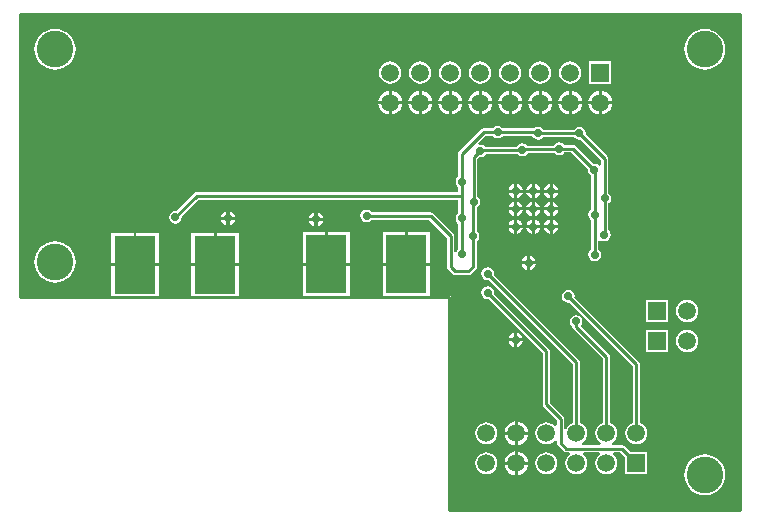
<source format=gbl>
G04*
G04 #@! TF.GenerationSoftware,Altium Limited,Altium Designer,20.2.5 (213)*
G04*
G04 Layer_Physical_Order=2*
G04 Layer_Color=16711680*
%FSLAX42Y42*%
%MOMM*%
G71*
G04*
G04 #@! TF.SameCoordinates,652FF055-600A-4CD0-B872-06A474BCBBFF*
G04*
G04*
G04 #@! TF.FilePolarity,Positive*
G04*
G01*
G75*
%ADD12C,0.25*%
%ADD20R,3.50X4.90*%
%ADD39C,1.50*%
%ADD40R,1.50X1.50*%
%ADD41R,1.50X1.50*%
%ADD42C,1.52*%
%ADD43R,1.52X1.52*%
%ADD44C,3.10*%
%ADD45C,0.70*%
G36*
X10100Y5300D02*
X7650D01*
Y7110D01*
X7492D01*
X7475Y7112D01*
X7475Y7128D01*
Y7370D01*
X7275D01*
X7075D01*
Y7128D01*
X7075Y7112D01*
X7058Y7110D01*
X6815D01*
X6798Y7112D01*
X6798Y7128D01*
Y7370D01*
X6598D01*
X6397D01*
Y7128D01*
X6397Y7112D01*
X6380Y7110D01*
X5855D01*
Y7365D01*
X5655D01*
X5455D01*
Y7110D01*
X5178D01*
Y7365D01*
X4978D01*
X4777D01*
Y7110D01*
X4020D01*
X4010Y7120D01*
Y9490D01*
X10100D01*
Y5300D01*
D02*
G37*
%LPC*%
G36*
X9800Y9374D02*
X9766Y9370D01*
X9734Y9360D01*
X9704Y9344D01*
X9677Y9323D01*
X9656Y9296D01*
X9640Y9266D01*
X9630Y9234D01*
X9626Y9200D01*
X9630Y9166D01*
X9640Y9134D01*
X9656Y9104D01*
X9677Y9077D01*
X9704Y9056D01*
X9734Y9040D01*
X9766Y9030D01*
X9800Y9026D01*
X9834Y9030D01*
X9866Y9040D01*
X9896Y9056D01*
X9923Y9077D01*
X9944Y9104D01*
X9960Y9134D01*
X9970Y9166D01*
X9974Y9200D01*
X9970Y9234D01*
X9960Y9266D01*
X9944Y9296D01*
X9923Y9323D01*
X9896Y9344D01*
X9866Y9360D01*
X9834Y9370D01*
X9800Y9374D01*
D02*
G37*
G36*
X4300D02*
X4266Y9370D01*
X4234Y9360D01*
X4204Y9344D01*
X4177Y9323D01*
X4156Y9296D01*
X4140Y9266D01*
X4130Y9234D01*
X4126Y9200D01*
X4130Y9166D01*
X4140Y9134D01*
X4156Y9104D01*
X4177Y9077D01*
X4204Y9056D01*
X4234Y9040D01*
X4266Y9030D01*
X4300Y9026D01*
X4334Y9030D01*
X4366Y9040D01*
X4396Y9056D01*
X4423Y9077D01*
X4444Y9104D01*
X4460Y9134D01*
X4470Y9166D01*
X4474Y9200D01*
X4470Y9234D01*
X4460Y9266D01*
X4444Y9296D01*
X4423Y9323D01*
X4396Y9344D01*
X4366Y9360D01*
X4334Y9370D01*
X4300Y9374D01*
D02*
G37*
G36*
X9010Y9098D02*
X8822D01*
Y8910D01*
X9010D01*
Y9098D01*
D02*
G37*
G36*
X8662Y9099D02*
X8637Y9096D01*
X8615Y9086D01*
X8595Y9071D01*
X8580Y9051D01*
X8570Y9029D01*
X8567Y9004D01*
X8570Y8979D01*
X8580Y8957D01*
X8595Y8937D01*
X8615Y8922D01*
X8637Y8912D01*
X8662Y8909D01*
X8687Y8912D01*
X8709Y8922D01*
X8729Y8937D01*
X8744Y8957D01*
X8754Y8979D01*
X8757Y9004D01*
X8754Y9029D01*
X8744Y9051D01*
X8729Y9071D01*
X8709Y9086D01*
X8687Y9096D01*
X8662Y9099D01*
D02*
G37*
G36*
X8408D02*
X8383Y9096D01*
X8361Y9086D01*
X8341Y9071D01*
X8326Y9051D01*
X8316Y9029D01*
X8313Y9004D01*
X8316Y8979D01*
X8326Y8957D01*
X8341Y8937D01*
X8361Y8922D01*
X8383Y8912D01*
X8408Y8909D01*
X8433Y8912D01*
X8455Y8922D01*
X8475Y8937D01*
X8490Y8957D01*
X8500Y8979D01*
X8503Y9004D01*
X8500Y9029D01*
X8490Y9051D01*
X8475Y9071D01*
X8455Y9086D01*
X8433Y9096D01*
X8408Y9099D01*
D02*
G37*
G36*
X8154D02*
X8129Y9096D01*
X8107Y9086D01*
X8087Y9071D01*
X8072Y9051D01*
X8062Y9029D01*
X8059Y9004D01*
X8062Y8979D01*
X8072Y8957D01*
X8087Y8937D01*
X8107Y8922D01*
X8129Y8912D01*
X8154Y8909D01*
X8179Y8912D01*
X8201Y8922D01*
X8221Y8937D01*
X8236Y8957D01*
X8246Y8979D01*
X8249Y9004D01*
X8246Y9029D01*
X8236Y9051D01*
X8221Y9071D01*
X8201Y9086D01*
X8179Y9096D01*
X8154Y9099D01*
D02*
G37*
G36*
X7900D02*
X7875Y9096D01*
X7853Y9086D01*
X7833Y9071D01*
X7818Y9051D01*
X7808Y9029D01*
X7805Y9004D01*
X7808Y8979D01*
X7818Y8957D01*
X7833Y8937D01*
X7853Y8922D01*
X7875Y8912D01*
X7900Y8909D01*
X7925Y8912D01*
X7947Y8922D01*
X7967Y8937D01*
X7982Y8957D01*
X7992Y8979D01*
X7995Y9004D01*
X7992Y9029D01*
X7982Y9051D01*
X7967Y9071D01*
X7947Y9086D01*
X7925Y9096D01*
X7900Y9099D01*
D02*
G37*
G36*
X7646D02*
X7621Y9096D01*
X7599Y9086D01*
X7579Y9071D01*
X7564Y9051D01*
X7554Y9029D01*
X7551Y9004D01*
X7554Y8979D01*
X7564Y8957D01*
X7579Y8937D01*
X7599Y8922D01*
X7621Y8912D01*
X7646Y8909D01*
X7671Y8912D01*
X7693Y8922D01*
X7713Y8937D01*
X7728Y8957D01*
X7738Y8979D01*
X7741Y9004D01*
X7738Y9029D01*
X7728Y9051D01*
X7713Y9071D01*
X7693Y9086D01*
X7671Y9096D01*
X7646Y9099D01*
D02*
G37*
G36*
X7392D02*
X7367Y9096D01*
X7345Y9086D01*
X7325Y9071D01*
X7310Y9051D01*
X7300Y9029D01*
X7297Y9004D01*
X7300Y8979D01*
X7310Y8957D01*
X7325Y8937D01*
X7345Y8922D01*
X7367Y8912D01*
X7392Y8909D01*
X7417Y8912D01*
X7439Y8922D01*
X7459Y8937D01*
X7474Y8957D01*
X7484Y8979D01*
X7487Y9004D01*
X7484Y9029D01*
X7474Y9051D01*
X7459Y9071D01*
X7439Y9086D01*
X7417Y9096D01*
X7392Y9099D01*
D02*
G37*
G36*
X7138D02*
X7113Y9096D01*
X7091Y9086D01*
X7071Y9071D01*
X7056Y9051D01*
X7046Y9029D01*
X7043Y9004D01*
X7046Y8979D01*
X7056Y8957D01*
X7071Y8937D01*
X7091Y8922D01*
X7113Y8912D01*
X7138Y8909D01*
X7163Y8912D01*
X7185Y8922D01*
X7205Y8937D01*
X7220Y8957D01*
X7230Y8979D01*
X7233Y9004D01*
X7230Y9029D01*
X7220Y9051D01*
X7205Y9071D01*
X7185Y9086D01*
X7163Y9096D01*
X7138Y9099D01*
D02*
G37*
G36*
X8167Y8851D02*
Y8763D01*
X8255D01*
X8253Y8777D01*
X8243Y8801D01*
X8226Y8822D01*
X8205Y8839D01*
X8181Y8849D01*
X8167Y8851D01*
D02*
G37*
G36*
X7913D02*
Y8763D01*
X8001D01*
X7999Y8777D01*
X7989Y8801D01*
X7972Y8822D01*
X7951Y8839D01*
X7927Y8849D01*
X7913Y8851D01*
D02*
G37*
G36*
X7659D02*
Y8763D01*
X7747D01*
X7745Y8777D01*
X7735Y8801D01*
X7718Y8822D01*
X7697Y8839D01*
X7673Y8849D01*
X7659Y8851D01*
D02*
G37*
G36*
X7405D02*
Y8763D01*
X7493D01*
X7491Y8777D01*
X7481Y8801D01*
X7464Y8822D01*
X7443Y8839D01*
X7419Y8849D01*
X7405Y8851D01*
D02*
G37*
G36*
X7151D02*
Y8763D01*
X7239D01*
X7237Y8777D01*
X7227Y8801D01*
X7210Y8822D01*
X7189Y8839D01*
X7165Y8849D01*
X7151Y8851D01*
D02*
G37*
G36*
X8421D02*
Y8763D01*
X8509D01*
X8507Y8777D01*
X8497Y8801D01*
X8480Y8822D01*
X8459Y8839D01*
X8435Y8849D01*
X8421Y8851D01*
D02*
G37*
G36*
X8141Y8851D02*
X8127Y8849D01*
X8103Y8839D01*
X8082Y8822D01*
X8065Y8801D01*
X8055Y8777D01*
X8053Y8763D01*
X8141D01*
Y8851D01*
D02*
G37*
G36*
X7887D02*
X7873Y8849D01*
X7849Y8839D01*
X7828Y8822D01*
X7811Y8801D01*
X7801Y8777D01*
X7799Y8763D01*
X7887D01*
Y8851D01*
D02*
G37*
G36*
X7633D02*
X7619Y8849D01*
X7595Y8839D01*
X7574Y8822D01*
X7557Y8801D01*
X7547Y8777D01*
X7545Y8763D01*
X7633D01*
Y8851D01*
D02*
G37*
G36*
X7379D02*
X7365Y8849D01*
X7341Y8839D01*
X7320Y8822D01*
X7303Y8801D01*
X7293Y8777D01*
X7291Y8763D01*
X7379D01*
Y8851D01*
D02*
G37*
G36*
X7125D02*
X7111Y8849D01*
X7087Y8839D01*
X7066Y8822D01*
X7049Y8801D01*
X7039Y8777D01*
X7037Y8763D01*
X7125D01*
Y8851D01*
D02*
G37*
G36*
X8395D02*
X8381Y8849D01*
X8357Y8839D01*
X8336Y8822D01*
X8319Y8801D01*
X8309Y8777D01*
X8307Y8763D01*
X8395D01*
Y8851D01*
D02*
G37*
G36*
X8929Y8851D02*
Y8763D01*
X9017D01*
X9015Y8777D01*
X9005Y8801D01*
X8988Y8822D01*
X8967Y8839D01*
X8943Y8849D01*
X8929Y8851D01*
D02*
G37*
G36*
X8675D02*
Y8763D01*
X8763D01*
X8761Y8777D01*
X8751Y8801D01*
X8734Y8822D01*
X8713Y8839D01*
X8689Y8849D01*
X8675Y8851D01*
D02*
G37*
G36*
X8903Y8851D02*
X8889Y8849D01*
X8865Y8839D01*
X8844Y8822D01*
X8827Y8801D01*
X8817Y8777D01*
X8815Y8763D01*
X8903D01*
Y8851D01*
D02*
G37*
G36*
X8649D02*
X8635Y8849D01*
X8611Y8839D01*
X8590Y8822D01*
X8573Y8801D01*
X8563Y8777D01*
X8561Y8763D01*
X8649D01*
Y8851D01*
D02*
G37*
G36*
X8903Y8737D02*
X8815D01*
X8817Y8723D01*
X8827Y8699D01*
X8844Y8678D01*
X8865Y8661D01*
X8889Y8651D01*
X8903Y8649D01*
Y8737D01*
D02*
G37*
G36*
X8649D02*
X8561D01*
X8563Y8723D01*
X8573Y8699D01*
X8590Y8678D01*
X8611Y8661D01*
X8635Y8651D01*
X8649Y8649D01*
Y8737D01*
D02*
G37*
G36*
X8395Y8737D02*
X8307D01*
X8309Y8723D01*
X8319Y8699D01*
X8336Y8678D01*
X8357Y8661D01*
X8381Y8651D01*
X8395Y8649D01*
Y8737D01*
D02*
G37*
G36*
X8141D02*
X8053D01*
X8055Y8723D01*
X8065Y8699D01*
X8082Y8678D01*
X8103Y8661D01*
X8127Y8651D01*
X8141Y8649D01*
Y8737D01*
D02*
G37*
G36*
X7887D02*
X7799D01*
X7801Y8723D01*
X7811Y8699D01*
X7828Y8678D01*
X7849Y8661D01*
X7873Y8651D01*
X7887Y8649D01*
Y8737D01*
D02*
G37*
G36*
X7633D02*
X7545D01*
X7547Y8723D01*
X7557Y8699D01*
X7574Y8678D01*
X7595Y8661D01*
X7619Y8651D01*
X7633Y8649D01*
Y8737D01*
D02*
G37*
G36*
X7379D02*
X7291D01*
X7293Y8723D01*
X7303Y8699D01*
X7320Y8678D01*
X7341Y8661D01*
X7365Y8651D01*
X7379Y8649D01*
Y8737D01*
D02*
G37*
G36*
X7125D02*
X7037D01*
X7039Y8723D01*
X7049Y8699D01*
X7066Y8678D01*
X7087Y8661D01*
X7111Y8651D01*
X7125Y8649D01*
Y8737D01*
D02*
G37*
G36*
X8509D02*
X8421D01*
Y8649D01*
X8435Y8651D01*
X8459Y8661D01*
X8480Y8678D01*
X8497Y8699D01*
X8507Y8723D01*
X8509Y8737D01*
D02*
G37*
G36*
X8255D02*
X8167D01*
Y8649D01*
X8181Y8651D01*
X8205Y8661D01*
X8226Y8678D01*
X8243Y8699D01*
X8253Y8723D01*
X8255Y8737D01*
D02*
G37*
G36*
X8001D02*
X7913D01*
Y8649D01*
X7927Y8651D01*
X7951Y8661D01*
X7972Y8678D01*
X7989Y8699D01*
X7999Y8723D01*
X8001Y8737D01*
D02*
G37*
G36*
X7747D02*
X7659D01*
Y8649D01*
X7673Y8651D01*
X7697Y8661D01*
X7718Y8678D01*
X7735Y8699D01*
X7745Y8723D01*
X7747Y8737D01*
D02*
G37*
G36*
X7493D02*
X7405D01*
Y8649D01*
X7419Y8651D01*
X7443Y8661D01*
X7464Y8678D01*
X7481Y8699D01*
X7491Y8723D01*
X7493Y8737D01*
D02*
G37*
G36*
X7239D02*
X7151D01*
Y8649D01*
X7165Y8651D01*
X7189Y8661D01*
X7210Y8678D01*
X7227Y8699D01*
X7237Y8723D01*
X7239Y8737D01*
D02*
G37*
G36*
X9017Y8737D02*
X8929D01*
Y8649D01*
X8943Y8651D01*
X8967Y8661D01*
X8988Y8678D01*
X9005Y8699D01*
X9015Y8723D01*
X9017Y8737D01*
D02*
G37*
G36*
X8763D02*
X8675D01*
Y8649D01*
X8689Y8651D01*
X8713Y8661D01*
X8734Y8678D01*
X8751Y8699D01*
X8761Y8723D01*
X8763Y8737D01*
D02*
G37*
G36*
X8513Y8059D02*
Y8013D01*
X8559D01*
X8557Y8024D01*
X8544Y8044D01*
X8524Y8057D01*
X8513Y8059D01*
D02*
G37*
G36*
X8487D02*
X8476Y8057D01*
X8456Y8044D01*
X8443Y8024D01*
X8441Y8013D01*
X8487D01*
Y8059D01*
D02*
G37*
G36*
X8363D02*
Y8013D01*
X8409D01*
X8407Y8024D01*
X8394Y8044D01*
X8374Y8057D01*
X8363Y8059D01*
D02*
G37*
G36*
X8337D02*
X8326Y8057D01*
X8306Y8044D01*
X8293Y8024D01*
X8291Y8013D01*
X8337D01*
Y8059D01*
D02*
G37*
G36*
X8213D02*
Y8013D01*
X8259D01*
X8257Y8024D01*
X8244Y8044D01*
X8224Y8057D01*
X8213Y8059D01*
D02*
G37*
G36*
X8187D02*
X8176Y8057D01*
X8156Y8044D01*
X8143Y8024D01*
X8141Y8013D01*
X8187D01*
Y8059D01*
D02*
G37*
G36*
X8559Y7987D02*
X8513D01*
Y7941D01*
X8524Y7943D01*
X8544Y7956D01*
X8557Y7976D01*
X8559Y7987D01*
D02*
G37*
G36*
X8487D02*
X8441D01*
X8443Y7976D01*
X8456Y7956D01*
X8476Y7943D01*
X8487Y7941D01*
Y7987D01*
D02*
G37*
G36*
X8409D02*
X8363D01*
Y7941D01*
X8374Y7943D01*
X8394Y7956D01*
X8407Y7976D01*
X8409Y7987D01*
D02*
G37*
G36*
X8337D02*
X8291D01*
X8293Y7976D01*
X8306Y7956D01*
X8326Y7943D01*
X8337Y7941D01*
Y7987D01*
D02*
G37*
G36*
X8259D02*
X8213D01*
Y7941D01*
X8224Y7943D01*
X8244Y7956D01*
X8257Y7976D01*
X8259Y7987D01*
D02*
G37*
G36*
X8187D02*
X8141D01*
X8143Y7976D01*
X8156Y7956D01*
X8176Y7943D01*
X8187Y7941D01*
Y7987D01*
D02*
G37*
G36*
X8513Y7909D02*
Y7863D01*
X8559D01*
X8557Y7874D01*
X8544Y7894D01*
X8524Y7907D01*
X8513Y7909D01*
D02*
G37*
G36*
X8487D02*
X8476Y7907D01*
X8456Y7894D01*
X8443Y7874D01*
X8441Y7863D01*
X8487D01*
Y7909D01*
D02*
G37*
G36*
X8360D02*
Y7863D01*
X8407D01*
X8404Y7874D01*
X8391Y7894D01*
X8371Y7907D01*
X8360Y7909D01*
D02*
G37*
G36*
X8335D02*
X8324Y7907D01*
X8304Y7894D01*
X8291Y7874D01*
X8288Y7863D01*
X8335D01*
Y7909D01*
D02*
G37*
G36*
X8213D02*
Y7863D01*
X8259D01*
X8257Y7874D01*
X8244Y7894D01*
X8224Y7907D01*
X8213Y7909D01*
D02*
G37*
G36*
X8187D02*
X8176Y7907D01*
X8156Y7894D01*
X8143Y7874D01*
X8141Y7863D01*
X8187D01*
Y7909D01*
D02*
G37*
G36*
X8559Y7837D02*
X8513D01*
Y7791D01*
X8524Y7793D01*
X8544Y7806D01*
X8557Y7826D01*
X8559Y7837D01*
D02*
G37*
G36*
X8487D02*
X8441D01*
X8443Y7826D01*
X8456Y7806D01*
X8476Y7793D01*
X8487Y7791D01*
Y7837D01*
D02*
G37*
G36*
X8407D02*
X8360D01*
Y7791D01*
X8371Y7793D01*
X8391Y7806D01*
X8404Y7826D01*
X8407Y7837D01*
D02*
G37*
G36*
X8335D02*
X8288D01*
X8291Y7826D01*
X8304Y7806D01*
X8324Y7793D01*
X8335Y7791D01*
Y7837D01*
D02*
G37*
G36*
X8259D02*
X8213D01*
Y7791D01*
X8224Y7793D01*
X8244Y7806D01*
X8257Y7826D01*
X8259Y7837D01*
D02*
G37*
G36*
X8187D02*
X8141D01*
X8143Y7826D01*
X8156Y7806D01*
X8176Y7793D01*
X8187Y7791D01*
Y7837D01*
D02*
G37*
G36*
X5778Y7829D02*
Y7783D01*
X5824D01*
X5822Y7794D01*
X5809Y7814D01*
X5789Y7827D01*
X5778Y7829D01*
D02*
G37*
G36*
X5752D02*
X5741Y7827D01*
X5721Y7814D01*
X5708Y7794D01*
X5706Y7783D01*
X5752D01*
Y7829D01*
D02*
G37*
G36*
X6523Y7822D02*
Y7775D01*
X6569D01*
X6567Y7786D01*
X6554Y7806D01*
X6534Y7819D01*
X6523Y7822D01*
D02*
G37*
G36*
X6497D02*
X6486Y7819D01*
X6466Y7806D01*
X6453Y7786D01*
X6451Y7775D01*
X6497D01*
Y7822D01*
D02*
G37*
G36*
X8513Y7759D02*
Y7713D01*
X8559D01*
X8557Y7724D01*
X8544Y7744D01*
X8524Y7757D01*
X8513Y7759D01*
D02*
G37*
G36*
X8487D02*
X8476Y7757D01*
X8456Y7744D01*
X8443Y7724D01*
X8441Y7713D01*
X8487D01*
Y7759D01*
D02*
G37*
G36*
X8363D02*
Y7713D01*
X8409D01*
X8407Y7724D01*
X8394Y7744D01*
X8374Y7757D01*
X8363Y7759D01*
D02*
G37*
G36*
X8337D02*
X8326Y7757D01*
X8306Y7744D01*
X8293Y7724D01*
X8291Y7713D01*
X8337D01*
Y7759D01*
D02*
G37*
G36*
X8213D02*
Y7713D01*
X8259D01*
X8257Y7724D01*
X8244Y7744D01*
X8224Y7757D01*
X8213Y7759D01*
D02*
G37*
G36*
X8187D02*
X8176Y7757D01*
X8156Y7744D01*
X8143Y7724D01*
X8141Y7713D01*
X8187D01*
Y7759D01*
D02*
G37*
G36*
X5824Y7757D02*
X5778D01*
Y7711D01*
X5789Y7713D01*
X5809Y7726D01*
X5822Y7746D01*
X5824Y7757D01*
D02*
G37*
G36*
X5752D02*
X5706D01*
X5708Y7746D01*
X5721Y7726D01*
X5741Y7713D01*
X5752Y7711D01*
Y7757D01*
D02*
G37*
G36*
X6569Y7750D02*
X6523D01*
Y7703D01*
X6534Y7706D01*
X6554Y7719D01*
X6567Y7739D01*
X6569Y7750D01*
D02*
G37*
G36*
X6497D02*
X6451D01*
X6453Y7739D01*
X6466Y7719D01*
X6486Y7706D01*
X6497Y7703D01*
Y7750D01*
D02*
G37*
G36*
X8559Y7687D02*
X8513D01*
Y7641D01*
X8524Y7643D01*
X8544Y7656D01*
X8557Y7676D01*
X8559Y7687D01*
D02*
G37*
G36*
X8487D02*
X8441D01*
X8443Y7676D01*
X8456Y7656D01*
X8476Y7643D01*
X8487Y7641D01*
Y7687D01*
D02*
G37*
G36*
X8409D02*
X8363D01*
Y7641D01*
X8374Y7643D01*
X8394Y7656D01*
X8407Y7676D01*
X8409Y7687D01*
D02*
G37*
G36*
X8337D02*
X8291D01*
X8293Y7676D01*
X8306Y7656D01*
X8326Y7643D01*
X8337Y7641D01*
Y7687D01*
D02*
G37*
G36*
X8259D02*
X8213D01*
Y7641D01*
X8224Y7643D01*
X8244Y7656D01*
X8257Y7676D01*
X8259Y7687D01*
D02*
G37*
G36*
X8187D02*
X8141D01*
X8143Y7676D01*
X8156Y7656D01*
X8176Y7643D01*
X8187Y7641D01*
Y7687D01*
D02*
G37*
G36*
X8050Y8554D02*
X8029Y8550D01*
X8012Y8538D01*
X8007Y8531D01*
X7930D01*
X7918Y8529D01*
X7908Y8522D01*
X7723Y8337D01*
X7716Y8327D01*
X7714Y8315D01*
Y8123D01*
X7707Y8118D01*
X7695Y8101D01*
X7691Y8080D01*
X7695Y8059D01*
X7707Y8042D01*
X7714Y8037D01*
Y7991D01*
X5500D01*
X5488Y7989D01*
X5478Y7982D01*
X5328Y7832D01*
X5320Y7834D01*
X5299Y7830D01*
X5282Y7818D01*
X5270Y7801D01*
X5266Y7780D01*
X5270Y7759D01*
X5282Y7742D01*
X5299Y7730D01*
X5320Y7726D01*
X5341Y7730D01*
X5358Y7742D01*
X5370Y7759D01*
X5374Y7780D01*
X5372Y7788D01*
X5513Y7929D01*
X7714D01*
Y7813D01*
X7707Y7808D01*
X7695Y7791D01*
X7691Y7770D01*
X7695Y7749D01*
X7707Y7732D01*
X7716Y7726D01*
Y7511D01*
X7712Y7508D01*
X7700Y7491D01*
X7699Y7483D01*
X7681Y7485D01*
Y7620D01*
X7679Y7632D01*
X7672Y7642D01*
X7502Y7812D01*
X7492Y7819D01*
X7480Y7821D01*
X6983D01*
X6978Y7828D01*
X6961Y7840D01*
X6940Y7844D01*
X6919Y7840D01*
X6902Y7828D01*
X6890Y7811D01*
X6886Y7790D01*
X6890Y7769D01*
X6902Y7752D01*
X6919Y7740D01*
X6940Y7736D01*
X6961Y7740D01*
X6978Y7752D01*
X6983Y7759D01*
X7467D01*
X7619Y7607D01*
Y7360D01*
X7621Y7348D01*
X7628Y7338D01*
X7668Y7298D01*
X7678Y7291D01*
X7690Y7289D01*
X7800D01*
X7812Y7291D01*
X7822Y7298D01*
X7862Y7338D01*
X7869Y7348D01*
X7871Y7360D01*
Y7577D01*
X7878Y7582D01*
X7890Y7599D01*
X7894Y7620D01*
X7890Y7641D01*
X7878Y7658D01*
X7874Y7661D01*
Y7866D01*
X7883Y7872D01*
X7895Y7889D01*
X7899Y7910D01*
X7895Y7931D01*
X7883Y7948D01*
X7876Y7953D01*
Y8272D01*
X7892Y8288D01*
X7900Y8286D01*
X7921Y8290D01*
X7938Y8302D01*
X7946Y8314D01*
X8216D01*
X8217Y8312D01*
X8234Y8300D01*
X8255Y8296D01*
X8276Y8300D01*
X8293Y8312D01*
X8301Y8324D01*
X8531D01*
X8532Y8322D01*
X8549Y8310D01*
X8570Y8306D01*
X8591Y8310D01*
X8608Y8322D01*
X8613Y8329D01*
X8672D01*
X8813Y8188D01*
X8811Y8180D01*
X8815Y8159D01*
X8827Y8142D01*
X8839Y8134D01*
Y7843D01*
X8832Y7838D01*
X8820Y7821D01*
X8816Y7800D01*
X8820Y7779D01*
X8832Y7762D01*
X8839Y7757D01*
Y7574D01*
X8839Y7574D01*
Y7503D01*
X8832Y7498D01*
X8820Y7481D01*
X8816Y7460D01*
X8820Y7439D01*
X8832Y7422D01*
X8849Y7410D01*
X8870Y7406D01*
X8891Y7410D01*
X8908Y7422D01*
X8920Y7439D01*
X8924Y7460D01*
X8920Y7481D01*
X8908Y7498D01*
X8901Y7503D01*
Y7574D01*
X8901Y7574D01*
Y7579D01*
X8919Y7587D01*
X8929Y7580D01*
X8950Y7576D01*
X8971Y7580D01*
X8988Y7592D01*
X9000Y7609D01*
X9004Y7630D01*
X9000Y7651D01*
X8988Y7668D01*
X8984Y7671D01*
Y7896D01*
X8993Y7902D01*
X9005Y7919D01*
X9009Y7940D01*
X9005Y7961D01*
X8993Y7978D01*
X8986Y7983D01*
Y8275D01*
X8984Y8287D01*
X8977Y8297D01*
X8792Y8482D01*
X8794Y8490D01*
X8790Y8511D01*
X8778Y8528D01*
X8761Y8540D01*
X8740Y8544D01*
X8719Y8540D01*
X8702Y8528D01*
X8697Y8521D01*
X8433D01*
X8428Y8528D01*
X8411Y8540D01*
X8390Y8544D01*
X8369Y8540D01*
X8356Y8531D01*
X8093D01*
X8088Y8538D01*
X8071Y8550D01*
X8050Y8554D01*
D02*
G37*
G36*
X8323Y7452D02*
Y7405D01*
X8369D01*
X8367Y7416D01*
X8354Y7436D01*
X8334Y7449D01*
X8323Y7452D01*
D02*
G37*
G36*
X8297D02*
X8286Y7449D01*
X8266Y7436D01*
X8253Y7416D01*
X8251Y7405D01*
X8297D01*
Y7452D01*
D02*
G37*
G36*
X6798Y7653D02*
X6610D01*
Y7395D01*
X6798D01*
Y7653D01*
D02*
G37*
G36*
X6585D02*
X6397D01*
Y7395D01*
X6585D01*
Y7653D01*
D02*
G37*
G36*
X7475D02*
X7288D01*
Y7395D01*
X7475D01*
Y7653D01*
D02*
G37*
G36*
X7262D02*
X7075D01*
Y7395D01*
X7262D01*
Y7653D01*
D02*
G37*
G36*
X5178Y7648D02*
X4990D01*
Y7390D01*
X5178D01*
Y7648D01*
D02*
G37*
G36*
X4965D02*
X4777D01*
Y7390D01*
X4965D01*
Y7648D01*
D02*
G37*
G36*
X5855D02*
X5668D01*
Y7390D01*
X5855D01*
Y7648D01*
D02*
G37*
G36*
X5642D02*
X5455D01*
Y7390D01*
X5642D01*
Y7648D01*
D02*
G37*
G36*
X8369Y7380D02*
X8323D01*
Y7333D01*
X8334Y7336D01*
X8354Y7349D01*
X8367Y7369D01*
X8369Y7380D01*
D02*
G37*
G36*
X8297D02*
X8251D01*
X8253Y7369D01*
X8266Y7349D01*
X8286Y7336D01*
X8297Y7333D01*
Y7380D01*
D02*
G37*
G36*
X4300Y7574D02*
X4266Y7570D01*
X4234Y7560D01*
X4204Y7544D01*
X4177Y7523D01*
X4156Y7496D01*
X4140Y7466D01*
X4130Y7434D01*
X4126Y7400D01*
X4130Y7366D01*
X4140Y7334D01*
X4156Y7304D01*
X4177Y7277D01*
X4204Y7256D01*
X4234Y7240D01*
X4266Y7230D01*
X4300Y7226D01*
X4334Y7230D01*
X4366Y7240D01*
X4396Y7256D01*
X4423Y7277D01*
X4444Y7304D01*
X4460Y7334D01*
X4470Y7366D01*
X4474Y7400D01*
X4470Y7434D01*
X4460Y7466D01*
X4444Y7496D01*
X4423Y7523D01*
X4396Y7544D01*
X4366Y7560D01*
X4334Y7570D01*
X4300Y7574D01*
D02*
G37*
G36*
X9491Y7078D02*
X9305D01*
Y6892D01*
X9491D01*
Y7078D01*
D02*
G37*
G36*
X9652Y7079D02*
X9628Y7075D01*
X9605Y7066D01*
X9586Y7051D01*
X9571Y7032D01*
X9562Y7009D01*
X9558Y6985D01*
X9562Y6961D01*
X9571Y6938D01*
X9586Y6919D01*
X9605Y6904D01*
X9628Y6895D01*
X9652Y6891D01*
X9676Y6895D01*
X9699Y6904D01*
X9718Y6919D01*
X9733Y6938D01*
X9742Y6961D01*
X9746Y6985D01*
X9742Y7009D01*
X9733Y7032D01*
X9718Y7051D01*
X9699Y7066D01*
X9676Y7075D01*
X9652Y7079D01*
D02*
G37*
G36*
X8213Y6799D02*
Y6753D01*
X8259D01*
X8257Y6764D01*
X8244Y6784D01*
X8224Y6797D01*
X8213Y6799D01*
D02*
G37*
G36*
X8187D02*
X8176Y6797D01*
X8156Y6784D01*
X8143Y6764D01*
X8141Y6753D01*
X8187D01*
Y6799D01*
D02*
G37*
G36*
X8259Y6727D02*
X8213D01*
Y6681D01*
X8224Y6683D01*
X8244Y6696D01*
X8257Y6716D01*
X8259Y6727D01*
D02*
G37*
G36*
X8187D02*
X8141D01*
X8143Y6716D01*
X8156Y6696D01*
X8176Y6683D01*
X8187Y6681D01*
Y6727D01*
D02*
G37*
G36*
X9491Y6824D02*
X9305D01*
Y6638D01*
X9491D01*
Y6824D01*
D02*
G37*
G36*
X9652Y6825D02*
X9628Y6821D01*
X9605Y6812D01*
X9586Y6797D01*
X9571Y6778D01*
X9562Y6755D01*
X9558Y6731D01*
X9562Y6707D01*
X9571Y6684D01*
X9586Y6665D01*
X9605Y6650D01*
X9628Y6641D01*
X9652Y6637D01*
X9676Y6641D01*
X9699Y6650D01*
X9718Y6665D01*
X9733Y6684D01*
X9742Y6707D01*
X9746Y6731D01*
X9742Y6755D01*
X9733Y6778D01*
X9718Y6797D01*
X9699Y6812D01*
X9676Y6821D01*
X9652Y6825D01*
D02*
G37*
G36*
X7965Y7354D02*
X7944Y7350D01*
X7927Y7338D01*
X7915Y7321D01*
X7911Y7300D01*
X7915Y7279D01*
X7927Y7262D01*
X7944Y7250D01*
X7965Y7246D01*
X7973Y7248D01*
X8683Y6538D01*
Y6038D01*
X8667Y6031D01*
X8648Y6016D01*
X8633Y5997D01*
X8629Y5987D01*
X8611Y5990D01*
Y6075D01*
X8609Y6087D01*
X8602Y6097D01*
X8491Y6208D01*
Y6645D01*
X8489Y6657D01*
X8482Y6667D01*
X8017Y7132D01*
X8019Y7140D01*
X8015Y7161D01*
X8003Y7178D01*
X7986Y7190D01*
X7965Y7194D01*
X7944Y7190D01*
X7927Y7178D01*
X7915Y7161D01*
X7911Y7140D01*
X7915Y7119D01*
X7927Y7102D01*
X7944Y7090D01*
X7965Y7086D01*
X7973Y7088D01*
X8429Y6632D01*
Y6195D01*
X8431Y6183D01*
X8438Y6173D01*
X8549Y6062D01*
Y6016D01*
X8531Y6010D01*
X8526Y6016D01*
X8507Y6031D01*
X8484Y6040D01*
X8460Y6044D01*
X8436Y6040D01*
X8413Y6031D01*
X8394Y6016D01*
X8379Y5997D01*
X8370Y5974D01*
X8366Y5950D01*
X8370Y5926D01*
X8379Y5903D01*
X8394Y5884D01*
X8413Y5869D01*
X8436Y5860D01*
X8460Y5856D01*
X8484Y5860D01*
X8507Y5869D01*
X8526Y5884D01*
X8531Y5890D01*
X8549Y5884D01*
Y5870D01*
X8551Y5858D01*
X8558Y5848D01*
X8608Y5798D01*
X8618Y5791D01*
X8630Y5789D01*
X8653D01*
X8660Y5771D01*
X8648Y5762D01*
X8633Y5743D01*
X8624Y5720D01*
X8620Y5696D01*
X8624Y5672D01*
X8633Y5649D01*
X8648Y5630D01*
X8667Y5615D01*
X8690Y5606D01*
X8714Y5602D01*
X8738Y5606D01*
X8761Y5615D01*
X8780Y5630D01*
X8795Y5649D01*
X8804Y5672D01*
X8808Y5696D01*
X8804Y5720D01*
X8795Y5743D01*
X8780Y5762D01*
X8768Y5771D01*
X8775Y5789D01*
X8907D01*
X8914Y5771D01*
X8902Y5762D01*
X8887Y5743D01*
X8878Y5720D01*
X8874Y5696D01*
X8878Y5672D01*
X8887Y5649D01*
X8902Y5630D01*
X8921Y5615D01*
X8944Y5606D01*
X8968Y5602D01*
X8992Y5606D01*
X9015Y5615D01*
X9034Y5630D01*
X9049Y5649D01*
X9058Y5672D01*
X9062Y5696D01*
X9058Y5720D01*
X9049Y5743D01*
X9034Y5762D01*
X9022Y5771D01*
X9029Y5789D01*
X9085D01*
X9129Y5745D01*
Y5603D01*
X9315D01*
Y5789D01*
X9173D01*
X9120Y5842D01*
X9110Y5849D01*
X9098Y5851D01*
X9018D01*
X9015Y5869D01*
X9015Y5869D01*
X9034Y5884D01*
X9049Y5903D01*
X9058Y5926D01*
X9062Y5950D01*
X9058Y5974D01*
X9049Y5997D01*
X9034Y6016D01*
X9015Y6031D01*
X8999Y6038D01*
Y6597D01*
X8997Y6609D01*
X8990Y6619D01*
X8750Y6858D01*
X8751Y6859D01*
X8762Y6877D01*
X8766Y6897D01*
X8762Y6918D01*
X8751Y6936D01*
X8733Y6947D01*
X8712Y6951D01*
X8692Y6947D01*
X8674Y6936D01*
X8663Y6918D01*
X8659Y6897D01*
X8663Y6877D01*
X8674Y6859D01*
X8681Y6855D01*
Y6853D01*
X8684Y6841D01*
X8691Y6831D01*
X8937Y6584D01*
Y6038D01*
X8921Y6031D01*
X8902Y6016D01*
X8887Y5997D01*
X8878Y5974D01*
X8874Y5950D01*
X8878Y5926D01*
X8887Y5903D01*
X8902Y5884D01*
X8921Y5869D01*
X8921Y5869D01*
X8918Y5851D01*
X8764D01*
X8761Y5869D01*
X8761Y5869D01*
X8780Y5884D01*
X8795Y5903D01*
X8804Y5926D01*
X8808Y5950D01*
X8804Y5974D01*
X8795Y5997D01*
X8780Y6016D01*
X8761Y6031D01*
X8745Y6038D01*
Y6551D01*
X8743Y6563D01*
X8736Y6573D01*
X8017Y7292D01*
X8019Y7300D01*
X8015Y7321D01*
X8003Y7338D01*
X7986Y7350D01*
X7965Y7354D01*
D02*
G37*
G36*
X8219Y6050D02*
Y5963D01*
X8306D01*
X8304Y5976D01*
X8294Y6001D01*
X8278Y6022D01*
X8257Y6038D01*
X8232Y6048D01*
X8219Y6050D01*
D02*
G37*
G36*
X8193D02*
X8180Y6048D01*
X8155Y6038D01*
X8134Y6022D01*
X8118Y6001D01*
X8108Y5976D01*
X8106Y5963D01*
X8193D01*
Y6050D01*
D02*
G37*
G36*
X8645Y7164D02*
X8624Y7160D01*
X8607Y7148D01*
X8595Y7131D01*
X8591Y7110D01*
X8595Y7089D01*
X8607Y7072D01*
X8624Y7060D01*
X8645Y7056D01*
X8653Y7058D01*
X9191Y6520D01*
Y6038D01*
X9175Y6031D01*
X9156Y6016D01*
X9141Y5997D01*
X9132Y5974D01*
X9128Y5950D01*
X9132Y5926D01*
X9141Y5903D01*
X9156Y5884D01*
X9175Y5869D01*
X9198Y5860D01*
X9222Y5856D01*
X9246Y5860D01*
X9269Y5869D01*
X9288Y5884D01*
X9303Y5903D01*
X9312Y5926D01*
X9316Y5950D01*
X9312Y5974D01*
X9303Y5997D01*
X9288Y6016D01*
X9269Y6031D01*
X9253Y6038D01*
Y6533D01*
X9251Y6545D01*
X9244Y6555D01*
X8697Y7102D01*
X8699Y7110D01*
X8695Y7131D01*
X8683Y7148D01*
X8666Y7160D01*
X8645Y7164D01*
D02*
G37*
G36*
X7952Y6044D02*
X7928Y6040D01*
X7905Y6031D01*
X7886Y6016D01*
X7871Y5997D01*
X7862Y5974D01*
X7858Y5950D01*
X7862Y5926D01*
X7871Y5903D01*
X7886Y5884D01*
X7905Y5869D01*
X7928Y5860D01*
X7952Y5856D01*
X7976Y5860D01*
X7999Y5869D01*
X8018Y5884D01*
X8033Y5903D01*
X8042Y5926D01*
X8046Y5950D01*
X8042Y5974D01*
X8033Y5997D01*
X8018Y6016D01*
X7999Y6031D01*
X7976Y6040D01*
X7952Y6044D01*
D02*
G37*
G36*
X8306Y5937D02*
X8219D01*
Y5850D01*
X8232Y5852D01*
X8257Y5862D01*
X8278Y5878D01*
X8294Y5899D01*
X8304Y5924D01*
X8306Y5937D01*
D02*
G37*
G36*
X8193D02*
X8106D01*
X8108Y5924D01*
X8118Y5899D01*
X8134Y5878D01*
X8155Y5862D01*
X8180Y5852D01*
X8193Y5850D01*
Y5937D01*
D02*
G37*
G36*
X8219Y5796D02*
Y5709D01*
X8306D01*
X8304Y5722D01*
X8294Y5747D01*
X8278Y5768D01*
X8257Y5784D01*
X8232Y5794D01*
X8219Y5796D01*
D02*
G37*
G36*
X8193D02*
X8180Y5794D01*
X8155Y5784D01*
X8134Y5768D01*
X8118Y5747D01*
X8108Y5722D01*
X8106Y5709D01*
X8193D01*
Y5796D01*
D02*
G37*
G36*
X8460Y5790D02*
X8436Y5786D01*
X8413Y5777D01*
X8394Y5762D01*
X8379Y5743D01*
X8370Y5720D01*
X8366Y5696D01*
X8370Y5672D01*
X8379Y5649D01*
X8394Y5630D01*
X8413Y5615D01*
X8436Y5606D01*
X8460Y5602D01*
X8484Y5606D01*
X8507Y5615D01*
X8526Y5630D01*
X8541Y5649D01*
X8550Y5672D01*
X8554Y5696D01*
X8550Y5720D01*
X8541Y5743D01*
X8526Y5762D01*
X8507Y5777D01*
X8484Y5786D01*
X8460Y5790D01*
D02*
G37*
G36*
X7952D02*
X7928Y5786D01*
X7905Y5777D01*
X7886Y5762D01*
X7871Y5743D01*
X7862Y5720D01*
X7858Y5696D01*
X7862Y5672D01*
X7871Y5649D01*
X7886Y5630D01*
X7905Y5615D01*
X7928Y5606D01*
X7952Y5602D01*
X7976Y5606D01*
X7999Y5615D01*
X8018Y5630D01*
X8033Y5649D01*
X8042Y5672D01*
X8046Y5696D01*
X8042Y5720D01*
X8033Y5743D01*
X8018Y5762D01*
X7999Y5777D01*
X7976Y5786D01*
X7952Y5790D01*
D02*
G37*
G36*
X8306Y5683D02*
X8219D01*
Y5596D01*
X8232Y5598D01*
X8257Y5608D01*
X8278Y5624D01*
X8294Y5645D01*
X8304Y5670D01*
X8306Y5683D01*
D02*
G37*
G36*
X8193D02*
X8106D01*
X8108Y5670D01*
X8118Y5645D01*
X8134Y5624D01*
X8155Y5608D01*
X8180Y5598D01*
X8193Y5596D01*
Y5683D01*
D02*
G37*
G36*
X9800Y5774D02*
X9766Y5770D01*
X9734Y5760D01*
X9704Y5744D01*
X9677Y5723D01*
X9656Y5696D01*
X9640Y5666D01*
X9630Y5634D01*
X9626Y5600D01*
X9630Y5566D01*
X9640Y5534D01*
X9656Y5504D01*
X9677Y5477D01*
X9704Y5456D01*
X9734Y5440D01*
X9766Y5430D01*
X9800Y5426D01*
X9834Y5430D01*
X9866Y5440D01*
X9896Y5456D01*
X9923Y5477D01*
X9944Y5504D01*
X9960Y5534D01*
X9970Y5566D01*
X9974Y5600D01*
X9970Y5634D01*
X9960Y5666D01*
X9944Y5696D01*
X9923Y5723D01*
X9896Y5744D01*
X9866Y5760D01*
X9834Y5770D01*
X9800Y5774D01*
D02*
G37*
%LPD*%
G36*
X8352Y8452D02*
X8369Y8440D01*
X8390Y8436D01*
X8411Y8440D01*
X8428Y8452D01*
X8433Y8459D01*
X8697D01*
X8702Y8452D01*
X8719Y8440D01*
X8740Y8436D01*
X8748Y8438D01*
X8924Y8262D01*
Y8219D01*
X8906Y8213D01*
X8903Y8218D01*
X8886Y8230D01*
X8865Y8234D01*
X8857Y8232D01*
X8707Y8382D01*
X8697Y8389D01*
X8685Y8391D01*
X8613D01*
X8608Y8398D01*
X8591Y8410D01*
X8570Y8414D01*
X8549Y8410D01*
X8532Y8398D01*
X8524Y8386D01*
X8294D01*
X8293Y8388D01*
X8276Y8400D01*
X8255Y8404D01*
X8234Y8400D01*
X8217Y8388D01*
X8209Y8376D01*
X7939D01*
X7938Y8378D01*
X7921Y8390D01*
X7900Y8394D01*
X7891Y8392D01*
X7882Y8408D01*
X7943Y8469D01*
X8007D01*
X8012Y8462D01*
X8029Y8450D01*
X8050Y8446D01*
X8071Y8450D01*
X8088Y8462D01*
X8093Y8469D01*
X8341D01*
X8352Y8452D01*
D02*
G37*
D12*
X8712Y6853D02*
Y6897D01*
Y6853D02*
X8968Y6597D01*
X8580Y5870D02*
Y6075D01*
Y5870D02*
X8630Y5820D01*
X9098D02*
X9222Y5696D01*
X8630Y5820D02*
X9098D01*
X8460Y6195D02*
Y6645D01*
Y6195D02*
X8580Y6075D01*
X7745Y7960D02*
Y8080D01*
Y7770D02*
Y7960D01*
X5320Y7780D02*
X5500Y7960D01*
X7745D01*
X8390Y8490D02*
X8740D01*
X8378D02*
X8390D01*
X8050Y8500D02*
X8368D01*
X7930D02*
X8050D01*
X7800Y7320D02*
X7840Y7360D01*
X7650D02*
X7690Y7320D01*
X7800D01*
X7840Y7360D02*
Y7620D01*
X7650Y7360D02*
Y7620D01*
X6940Y7790D02*
X7480D01*
X7650Y7620D01*
X7745Y8315D02*
X7930Y8500D01*
X8368D02*
X8378Y8490D01*
X8955Y7940D02*
Y8275D01*
X8740Y8490D02*
X8955Y8275D01*
X8870Y7800D02*
Y8175D01*
Y7574D02*
Y7800D01*
Y7574D02*
X8870Y7574D01*
Y7460D02*
Y7574D01*
X8865Y8180D02*
X8870Y8175D01*
X8950Y7630D02*
X8953Y7632D01*
Y7938D01*
X8955Y7940D01*
X8570Y8360D02*
X8685D01*
X8865Y8180D01*
X8255Y8350D02*
X8260Y8355D01*
X8565D01*
X8570Y8360D01*
X7900Y8340D02*
X7905Y8345D01*
X8250D01*
X8255Y8350D01*
X7745Y8080D02*
Y8315D01*
X7845Y7910D02*
Y8285D01*
X7900Y8340D01*
X7840Y7620D02*
X7843Y7622D01*
Y7907D01*
X7845Y7910D01*
X7747Y7472D02*
X7750Y7470D01*
X7747Y7472D02*
Y7768D01*
X7745Y7770D02*
X7747Y7768D01*
X8714Y5950D02*
Y6551D01*
X7965Y7300D02*
X8714Y6551D01*
X7965Y7140D02*
X8460Y6645D01*
X9222Y5950D02*
Y6533D01*
X8645Y7110D02*
X9222Y6533D01*
X8968Y5950D02*
Y6597D01*
X7640Y5300D02*
X10100D01*
X7640D02*
Y7100D01*
X4000D02*
X7640D01*
X4000D02*
Y9500D01*
X10100D01*
Y5300D02*
Y9500D01*
D20*
X5655Y7378D02*
D03*
X4978D02*
D03*
X7275Y7382D02*
D03*
X6598D02*
D03*
D39*
X7952Y5950D02*
D03*
X8206D02*
D03*
X8460D02*
D03*
X8714D02*
D03*
X8968D02*
D03*
X7952Y5696D02*
D03*
X8206D02*
D03*
X8460D02*
D03*
X8714D02*
D03*
X8968D02*
D03*
X9222Y5950D02*
D03*
X9652Y6731D02*
D03*
Y6985D02*
D03*
D40*
X9222Y5696D02*
D03*
D41*
X9398Y6731D02*
D03*
Y6985D02*
D03*
D42*
X8408Y9004D02*
D03*
X8662D02*
D03*
X8408Y8750D02*
D03*
X8916D02*
D03*
X8662D02*
D03*
X8154Y9004D02*
D03*
Y8750D02*
D03*
X7900Y9004D02*
D03*
Y8750D02*
D03*
X7646Y9004D02*
D03*
Y8750D02*
D03*
X7392Y9004D02*
D03*
Y8750D02*
D03*
X7138Y9004D02*
D03*
Y8750D02*
D03*
D43*
X8916Y9004D02*
D03*
D44*
X4300Y7400D02*
D03*
X9800Y5600D02*
D03*
Y9200D02*
D03*
X4300D02*
D03*
D45*
X8500Y8000D02*
D03*
X8350D02*
D03*
X8200D02*
D03*
X8347Y7850D02*
D03*
X8500D02*
D03*
X8200D02*
D03*
X8350Y7700D02*
D03*
X8500D02*
D03*
X8200D02*
D03*
X8712Y6897D02*
D03*
X8200Y6740D02*
D03*
X6510Y7762D02*
D03*
X5765Y7770D02*
D03*
X5320Y7780D02*
D03*
X6940Y7790D02*
D03*
X8050Y8500D02*
D03*
X8740Y8490D02*
D03*
X8390D02*
D03*
X8870Y7460D02*
D03*
X8870Y7800D02*
D03*
X8955Y7940D02*
D03*
X8950Y7630D02*
D03*
X8865Y8180D02*
D03*
X8570Y8360D02*
D03*
X8255Y8350D02*
D03*
X7900Y8340D02*
D03*
X7750Y7470D02*
D03*
X7745Y8080D02*
D03*
X7845Y7910D02*
D03*
X7840Y7620D02*
D03*
X7745Y7770D02*
D03*
X8645Y7110D02*
D03*
X7965Y7140D02*
D03*
X7965Y7300D02*
D03*
X8310Y7393D02*
D03*
M02*

</source>
